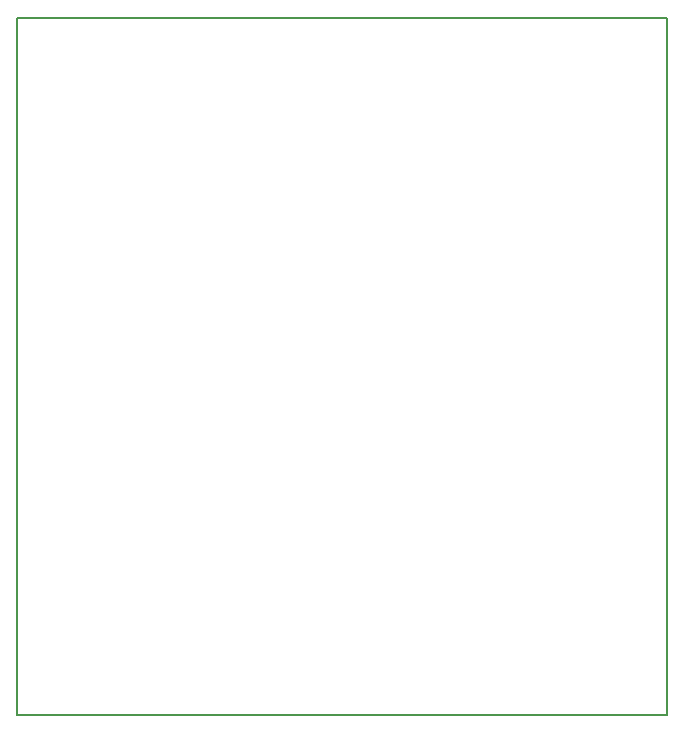
<source format=gbr>
G04 #@! TF.GenerationSoftware,KiCad,Pcbnew,5.1.2-f72e74a~84~ubuntu18.04.1*
G04 #@! TF.CreationDate,2019-09-12T15:37:42-03:00*
G04 #@! TF.ProjectId,teclado_contador_geiger,7465636c-6164-46f5-9f63-6f6e7461646f,rev?*
G04 #@! TF.SameCoordinates,Original*
G04 #@! TF.FileFunction,Profile,NP*
%FSLAX46Y46*%
G04 Gerber Fmt 4.6, Leading zero omitted, Abs format (unit mm)*
G04 Created by KiCad (PCBNEW 5.1.2-f72e74a~84~ubuntu18.04.1) date 2019-09-12 15:37:42*
%MOMM*%
%LPD*%
G04 APERTURE LIST*
%ADD10C,0.200000*%
G04 APERTURE END LIST*
D10*
X105000000Y-105504000D02*
X160000000Y-105504000D01*
X160000000Y-46504000D02*
X160000000Y-105504000D01*
X105000000Y-46504000D02*
X105000000Y-105504000D01*
X105000000Y-46504000D02*
X160000000Y-46504000D01*
M02*

</source>
